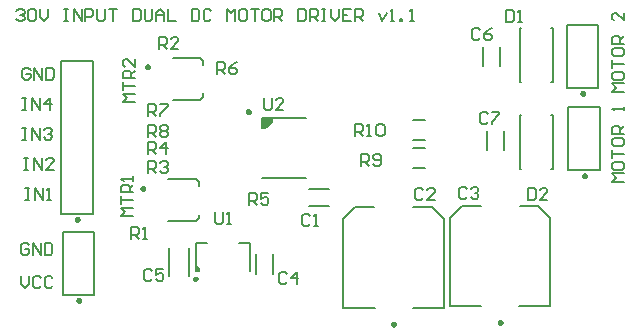
<source format=gbr>
%FSTAX23Y23*%
%MOIN*%
%SFA1B1*%

%IPPOS*%
%ADD10C,0.009843*%
%ADD11C,0.007874*%
%ADD12C,0.006500*%
%ADD13C,0.005000*%
%ADD14C,0.005905*%
%LNmtr_dvr_pcb_legend_top-1*%
%LPD*%
G36*
X04005Y02543D02*
X04016D01*
Y02551*
X04009Y02558*
X04005Y02543*
G37*
G36*
X04227Y03055D02*
D01*
X0426*
Y03041*
X0424Y03021*
X04227*
Y03055*
G37*
G54D10*
X03833Y02819D02*
D01*
X03833Y02819*
X03833Y0282*
X03833Y0282*
X03833Y0282*
X03833Y02821*
X03833Y02821*
X03833Y02821*
X03833Y02821*
X03832Y02822*
X03832Y02822*
X03832Y02822*
X03832Y02823*
X03831Y02823*
X03831Y02823*
X03831Y02823*
X03831Y02823*
X0383Y02823*
X0383Y02824*
X0383Y02824*
X03829Y02824*
X03829Y02824*
X03829Y02824*
X03828*
X03828Y02824*
X03828Y02824*
X03827Y02824*
X03827Y02824*
X03827Y02823*
X03826Y02823*
X03826Y02823*
X03826Y02823*
X03825Y02823*
X03825Y02823*
X03825Y02822*
X03825Y02822*
X03824Y02822*
X03824Y02821*
X03824Y02821*
X03824Y02821*
X03824Y02821*
X03824Y0282*
X03824Y0282*
X03823Y0282*
X03823Y02819*
X03823Y02819*
X03823Y02819*
X03823Y02818*
X03824Y02818*
X03824Y02818*
X03824Y02817*
X03824Y02817*
X03824Y02817*
X03824Y02816*
X03824Y02816*
X03825Y02816*
X03825Y02815*
X03825Y02815*
X03825Y02815*
X03826Y02815*
X03826Y02815*
X03826Y02814*
X03827Y02814*
X03827Y02814*
X03827Y02814*
X03828Y02814*
X03828Y02814*
X03828Y02814*
X03829*
X03829Y02814*
X03829Y02814*
X0383Y02814*
X0383Y02814*
X0383Y02814*
X03831Y02814*
X03831Y02815*
X03831Y02815*
X03831Y02815*
X03832Y02815*
X03832Y02815*
X03832Y02816*
X03832Y02816*
X03833Y02816*
X03833Y02817*
X03833Y02817*
X03833Y02817*
X03833Y02818*
X03833Y02818*
X03833Y02818*
X03833Y02819*
X03833Y02819*
X04008Y02518D02*
D01*
X04008Y02518*
X04008Y02518*
X04008Y02519*
X04008Y02519*
X04008Y02519*
X04007Y0252*
X04007Y0252*
X04007Y0252*
X04007Y0252*
X04007Y02521*
X04006Y02521*
X04006Y02521*
X04006Y02521*
X04006Y02522*
X04005Y02522*
X04005Y02522*
X04005Y02522*
X04004Y02522*
X04004Y02522*
X04004Y02522*
X04003Y02522*
X04003Y02522*
X04003*
X04002Y02522*
X04002Y02522*
X04002Y02522*
X04001Y02522*
X04001Y02522*
X04001Y02522*
X04Y02522*
X04Y02522*
X04Y02521*
X04Y02521*
X03999Y02521*
X03999Y02521*
X03999Y0252*
X03999Y0252*
X03999Y0252*
X03998Y0252*
X03998Y02519*
X03998Y02519*
X03998Y02519*
X03998Y02518*
X03998Y02518*
X03998Y02518*
X03998Y02517*
X03998Y02517*
X03998Y02516*
X03998Y02516*
X03998Y02516*
X03998Y02516*
X03999Y02515*
X03999Y02515*
X03999Y02515*
X03999Y02514*
X03999Y02514*
X04Y02514*
X04Y02514*
X04Y02513*
X04Y02513*
X04001Y02513*
X04001Y02513*
X04001Y02513*
X04002Y02513*
X04002Y02513*
X04002Y02513*
X04003Y02513*
X04003*
X04003Y02513*
X04004Y02513*
X04004Y02513*
X04004Y02513*
X04005Y02513*
X04005Y02513*
X04005Y02513*
X04006Y02513*
X04006Y02514*
X04006Y02514*
X04006Y02514*
X04007Y02514*
X04007Y02515*
X04007Y02515*
X04007Y02515*
X04007Y02516*
X04008Y02516*
X04008Y02516*
X04008Y02516*
X04008Y02517*
X04008Y02517*
X04008Y02518*
X05024Y02372D02*
D01*
X05024Y02372*
X05024Y02373*
X05024Y02373*
X05024Y02373*
X05024Y02374*
X05024Y02374*
X05024Y02374*
X05024Y02375*
X05023Y02375*
X05023Y02375*
X05023Y02375*
X05023Y02376*
X05023Y02376*
X05022Y02376*
X05022Y02376*
X05022Y02376*
X05021Y02377*
X05021Y02377*
X05021Y02377*
X0502Y02377*
X0502Y02377*
X0502Y02377*
X05019*
X05019Y02377*
X05019Y02377*
X05018Y02377*
X05018Y02377*
X05018Y02377*
X05017Y02376*
X05017Y02376*
X05017Y02376*
X05016Y02376*
X05016Y02376*
X05016Y02375*
X05016Y02375*
X05016Y02375*
X05015Y02375*
X05015Y02374*
X05015Y02374*
X05015Y02374*
X05015Y02373*
X05015Y02373*
X05015Y02373*
X05015Y02372*
X05015Y02372*
X05015Y02372*
X05015Y02371*
X05015Y02371*
X05015Y02371*
X05015Y0237*
X05015Y0237*
X05015Y0237*
X05015Y02369*
X05016Y02369*
X05016Y02369*
X05016Y02369*
X05016Y02368*
X05016Y02368*
X05017Y02368*
X05017Y02368*
X05017Y02368*
X05018Y02367*
X05018Y02367*
X05018Y02367*
X05019Y02367*
X05019Y02367*
X05019Y02367*
X0502*
X0502Y02367*
X0502Y02367*
X05021Y02367*
X05021Y02367*
X05021Y02367*
X05022Y02368*
X05022Y02368*
X05022Y02368*
X05023Y02368*
X05023Y02368*
X05023Y02369*
X05023Y02369*
X05023Y02369*
X05024Y02369*
X05024Y0237*
X05024Y0237*
X05024Y0237*
X05024Y02371*
X05024Y02371*
X05024Y02371*
X05024Y02372*
X05024Y02372*
X04669Y02367D02*
D01*
X04669Y02367*
X04669Y02368*
X04669Y02368*
X04669Y02368*
X04669Y02369*
X04669Y02369*
X04669Y02369*
X04669Y0237*
X04668Y0237*
X04668Y0237*
X04668Y0237*
X04668Y02371*
X04668Y02371*
X04667Y02371*
X04667Y02371*
X04667Y02371*
X04666Y02372*
X04666Y02372*
X04666Y02372*
X04665Y02372*
X04665Y02372*
X04665Y02372*
X04664*
X04664Y02372*
X04664Y02372*
X04663Y02372*
X04663Y02372*
X04663Y02372*
X04662Y02371*
X04662Y02371*
X04662Y02371*
X04661Y02371*
X04661Y02371*
X04661Y0237*
X04661Y0237*
X04661Y0237*
X0466Y0237*
X0466Y02369*
X0466Y02369*
X0466Y02369*
X0466Y02368*
X0466Y02368*
X0466Y02368*
X0466Y02367*
X0466Y02367*
X0466Y02367*
X0466Y02366*
X0466Y02366*
X0466Y02366*
X0466Y02365*
X0466Y02365*
X0466Y02365*
X0466Y02364*
X04661Y02364*
X04661Y02364*
X04661Y02364*
X04661Y02363*
X04661Y02363*
X04662Y02363*
X04662Y02363*
X04662Y02363*
X04663Y02362*
X04663Y02362*
X04663Y02362*
X04664Y02362*
X04664Y02362*
X04664Y02362*
X04665*
X04665Y02362*
X04665Y02362*
X04666Y02362*
X04666Y02362*
X04666Y02362*
X04667Y02363*
X04667Y02363*
X04667Y02363*
X04668Y02363*
X04668Y02363*
X04668Y02364*
X04668Y02364*
X04668Y02364*
X04669Y02364*
X04669Y02365*
X04669Y02365*
X04669Y02365*
X04669Y02366*
X04669Y02366*
X04669Y02366*
X04669Y02367*
X04669Y02367*
X03848Y03224D02*
D01*
X03848Y03224*
X03848Y03225*
X03848Y03225*
X03848Y03225*
X03848Y03226*
X03848Y03226*
X03848Y03226*
X03848Y03226*
X03847Y03227*
X03847Y03227*
X03847Y03227*
X03847Y03228*
X03846Y03228*
X03846Y03228*
X03846Y03228*
X03846Y03228*
X03845Y03228*
X03845Y03229*
X03845Y03229*
X03844Y03229*
X03844Y03229*
X03844Y03229*
X03843*
X03843Y03229*
X03843Y03229*
X03842Y03229*
X03842Y03229*
X03842Y03228*
X03841Y03228*
X03841Y03228*
X03841Y03228*
X0384Y03228*
X0384Y03228*
X0384Y03227*
X0384Y03227*
X03839Y03227*
X03839Y03226*
X03839Y03226*
X03839Y03226*
X03839Y03226*
X03839Y03225*
X03839Y03225*
X03838Y03225*
X03838Y03224*
X03838Y03224*
X03838Y03224*
X03838Y03223*
X03839Y03223*
X03839Y03223*
X03839Y03222*
X03839Y03222*
X03839Y03222*
X03839Y03221*
X03839Y03221*
X0384Y03221*
X0384Y0322*
X0384Y0322*
X0384Y0322*
X03841Y0322*
X03841Y0322*
X03841Y03219*
X03842Y03219*
X03842Y03219*
X03842Y03219*
X03843Y03219*
X03843Y03219*
X03843Y03219*
X03844*
X03844Y03219*
X03844Y03219*
X03845Y03219*
X03845Y03219*
X03845Y03219*
X03846Y03219*
X03846Y0322*
X03846Y0322*
X03846Y0322*
X03847Y0322*
X03847Y0322*
X03847Y03221*
X03847Y03221*
X03848Y03221*
X03848Y03222*
X03848Y03222*
X03848Y03222*
X03848Y03223*
X03848Y03223*
X03848Y03223*
X03848Y03224*
X03848Y03224*
X04184Y03075D02*
D01*
X04184Y03075*
X04184Y03075*
X04184Y03076*
X04184Y03076*
X04184Y03076*
X04184Y03077*
X04184Y03077*
X04184Y03077*
X04183Y03077*
X04183Y03078*
X04183Y03078*
X04183Y03078*
X04182Y03078*
X04182Y03079*
X04182Y03079*
X04182Y03079*
X04181Y03079*
X04181Y03079*
X04181Y03079*
X0418Y03079*
X0418Y03079*
X0418Y03079*
X04179*
X04179Y03079*
X04179Y03079*
X04178Y03079*
X04178Y03079*
X04178Y03079*
X04177Y03079*
X04177Y03079*
X04177Y03079*
X04176Y03078*
X04176Y03078*
X04176Y03078*
X04176Y03078*
X04175Y03077*
X04175Y03077*
X04175Y03077*
X04175Y03077*
X04175Y03076*
X04175Y03076*
X04175Y03076*
X04175Y03075*
X04175Y03075*
X04175Y03075*
X04175Y03074*
X04175Y03074*
X04175Y03074*
X04175Y03073*
X04175Y03073*
X04175Y03073*
X04175Y03072*
X04175Y03072*
X04175Y03072*
X04176Y03071*
X04176Y03071*
X04176Y03071*
X04176Y03071*
X04177Y0307*
X04177Y0307*
X04177Y0307*
X04178Y0307*
X04178Y0307*
X04178Y0307*
X04179Y0307*
X04179Y0307*
X04179Y0307*
X0418*
X0418Y0307*
X0418Y0307*
X04181Y0307*
X04181Y0307*
X04181Y0307*
X04182Y0307*
X04182Y0307*
X04182Y0307*
X04182Y03071*
X04183Y03071*
X04183Y03071*
X04183Y03071*
X04183Y03072*
X04184Y03072*
X04184Y03072*
X04184Y03073*
X04184Y03073*
X04184Y03073*
X04184Y03074*
X04184Y03074*
X04184Y03074*
X04184Y03075*
X03619Y02446D02*
D01*
X03619Y02446*
X03619Y02447*
X03619Y02447*
X03619Y02447*
X03619Y02448*
X03619Y02448*
X03619Y02448*
X03619Y02448*
X03618Y02449*
X03618Y02449*
X03618Y02449*
X03618Y0245*
X03618Y0245*
X03617Y0245*
X03617Y0245*
X03617Y0245*
X03616Y0245*
X03616Y02451*
X03616Y02451*
X03615Y02451*
X03615Y02451*
X03615Y02451*
X03614*
X03614Y02451*
X03614Y02451*
X03613Y02451*
X03613Y02451*
X03613Y0245*
X03612Y0245*
X03612Y0245*
X03612Y0245*
X03611Y0245*
X03611Y0245*
X03611Y02449*
X03611Y02449*
X03611Y02449*
X0361Y02448*
X0361Y02448*
X0361Y02448*
X0361Y02448*
X0361Y02447*
X0361Y02447*
X0361Y02447*
X0361Y02446*
X0361Y02446*
X0361Y02446*
X0361Y02445*
X0361Y02445*
X0361Y02445*
X0361Y02444*
X0361Y02444*
X0361Y02444*
X0361Y02443*
X03611Y02443*
X03611Y02443*
X03611Y02442*
X03611Y02442*
X03611Y02442*
X03612Y02442*
X03612Y02442*
X03612Y02441*
X03613Y02441*
X03613Y02441*
X03613Y02441*
X03614Y02441*
X03614Y02441*
X03614Y02441*
X03615*
X03615Y02441*
X03615Y02441*
X03616Y02441*
X03616Y02441*
X03616Y02441*
X03617Y02441*
X03617Y02442*
X03617Y02442*
X03618Y02442*
X03618Y02442*
X03618Y02442*
X03618Y02443*
X03618Y02443*
X03619Y02443*
X03619Y02444*
X03619Y02444*
X03619Y02444*
X03619Y02445*
X03619Y02445*
X03619Y02445*
X03619Y02446*
X03619Y02446*
X05299Y03136D02*
D01*
X05299Y03136*
X05299Y03137*
X05299Y03137*
X05299Y03137*
X05299Y03138*
X05299Y03138*
X05299Y03138*
X05299Y03138*
X05298Y03139*
X05298Y03139*
X05298Y03139*
X05298Y0314*
X05298Y0314*
X05297Y0314*
X05297Y0314*
X05297Y0314*
X05296Y0314*
X05296Y03141*
X05296Y03141*
X05295Y03141*
X05295Y03141*
X05295Y03141*
X05294*
X05294Y03141*
X05294Y03141*
X05293Y03141*
X05293Y03141*
X05293Y0314*
X05292Y0314*
X05292Y0314*
X05292Y0314*
X05291Y0314*
X05291Y0314*
X05291Y03139*
X05291Y03139*
X05291Y03139*
X0529Y03138*
X0529Y03138*
X0529Y03138*
X0529Y03138*
X0529Y03137*
X0529Y03137*
X0529Y03137*
X0529Y03136*
X0529Y03136*
X0529Y03136*
X0529Y03135*
X0529Y03135*
X0529Y03135*
X0529Y03134*
X0529Y03134*
X0529Y03134*
X0529Y03133*
X05291Y03133*
X05291Y03133*
X05291Y03132*
X05291Y03132*
X05291Y03132*
X05292Y03132*
X05292Y03132*
X05292Y03131*
X05293Y03131*
X05293Y03131*
X05293Y03131*
X05294Y03131*
X05294Y03131*
X05294Y03131*
X05295*
X05295Y03131*
X05295Y03131*
X05296Y03131*
X05296Y03131*
X05296Y03131*
X05297Y03131*
X05297Y03132*
X05297Y03132*
X05298Y03132*
X05298Y03132*
X05298Y03132*
X05298Y03133*
X05298Y03133*
X05299Y03133*
X05299Y03134*
X05299Y03134*
X05299Y03134*
X05299Y03135*
X05299Y03135*
X05299Y03135*
X05299Y03136*
X05299Y03136*
X03614Y02716D02*
D01*
X03614Y02716*
X03614Y02717*
X03614Y02717*
X03614Y02717*
X03614Y02718*
X03614Y02718*
X03614Y02718*
X03614Y02718*
X03613Y02719*
X03613Y02719*
X03613Y02719*
X03613Y0272*
X03613Y0272*
X03612Y0272*
X03612Y0272*
X03612Y0272*
X03611Y0272*
X03611Y02721*
X03611Y02721*
X0361Y02721*
X0361Y02721*
X0361Y02721*
X03609*
X03609Y02721*
X03609Y02721*
X03608Y02721*
X03608Y02721*
X03608Y0272*
X03607Y0272*
X03607Y0272*
X03607Y0272*
X03606Y0272*
X03606Y0272*
X03606Y02719*
X03606Y02719*
X03606Y02719*
X03605Y02718*
X03605Y02718*
X03605Y02718*
X03605Y02718*
X03605Y02717*
X03605Y02717*
X03605Y02717*
X03605Y02716*
X03605Y02716*
X03605Y02716*
X03605Y02715*
X03605Y02715*
X03605Y02715*
X03605Y02714*
X03605Y02714*
X03605Y02714*
X03605Y02713*
X03606Y02713*
X03606Y02713*
X03606Y02712*
X03606Y02712*
X03606Y02712*
X03607Y02712*
X03607Y02712*
X03607Y02711*
X03608Y02711*
X03608Y02711*
X03608Y02711*
X03609Y02711*
X03609Y02711*
X03609Y02711*
X0361*
X0361Y02711*
X0361Y02711*
X03611Y02711*
X03611Y02711*
X03611Y02711*
X03612Y02711*
X03612Y02712*
X03612Y02712*
X03613Y02712*
X03613Y02712*
X03613Y02712*
X03613Y02713*
X03613Y02713*
X03614Y02713*
X03614Y02714*
X03614Y02714*
X03614Y02714*
X03614Y02715*
X03614Y02715*
X03614Y02715*
X03614Y02716*
X03614Y02716*
X05304Y02861D02*
D01*
X05304Y02861*
X05304Y02862*
X05304Y02862*
X05304Y02862*
X05304Y02863*
X05304Y02863*
X05304Y02863*
X05304Y02863*
X05303Y02864*
X05303Y02864*
X05303Y02864*
X05303Y02865*
X05303Y02865*
X05302Y02865*
X05302Y02865*
X05302Y02865*
X05301Y02865*
X05301Y02866*
X05301Y02866*
X053Y02866*
X053Y02866*
X053Y02866*
X05299*
X05299Y02866*
X05299Y02866*
X05298Y02866*
X05298Y02866*
X05298Y02865*
X05297Y02865*
X05297Y02865*
X05297Y02865*
X05296Y02865*
X05296Y02865*
X05296Y02864*
X05296Y02864*
X05296Y02864*
X05295Y02863*
X05295Y02863*
X05295Y02863*
X05295Y02863*
X05295Y02862*
X05295Y02862*
X05295Y02862*
X05295Y02861*
X05295Y02861*
X05295Y02861*
X05295Y0286*
X05295Y0286*
X05295Y0286*
X05295Y02859*
X05295Y02859*
X05295Y02859*
X05295Y02858*
X05296Y02858*
X05296Y02858*
X05296Y02857*
X05296Y02857*
X05296Y02857*
X05297Y02857*
X05297Y02857*
X05297Y02856*
X05298Y02856*
X05298Y02856*
X05298Y02856*
X05299Y02856*
X05299Y02856*
X05299Y02856*
X053*
X053Y02856*
X053Y02856*
X05301Y02856*
X05301Y02856*
X05301Y02856*
X05302Y02856*
X05302Y02857*
X05302Y02857*
X05303Y02857*
X05303Y02857*
X05303Y02857*
X05303Y02858*
X05303Y02858*
X05304Y02858*
X05304Y02859*
X05304Y02859*
X05304Y02859*
X05304Y0286*
X05304Y0286*
X05304Y0286*
X05304Y02861*
X05304Y02861*
G54D11*
X04227Y03021D02*
D01*
X04229Y03022*
X04231Y03022*
X04234Y03022*
X04236Y03023*
X04238Y03023*
X0424Y03024*
X04242Y03025*
X04244Y03027*
X04246Y03028*
X04248Y03029*
X0425Y03031*
X04252Y03033*
X04253Y03034*
X04254Y03036*
X04256Y03038*
X04257Y0304*
X04258Y03042*
X04258Y03045*
X04259Y03047*
X0426Y03049*
X0426Y03051*
X0426Y03054*
X0426Y03055*
X03913Y02709D02*
X04004D01*
X04015Y0272*
Y02732*
Y02827D02*
Y02839D01*
X04004Y0285D02*
X04015Y02839D01*
X03913Y0285D02*
X04004D01*
X04005Y02637D02*
X04042D01*
X04149D02*
X04186D01*
Y02543D02*
Y02637D01*
X05083Y02427D02*
X05187D01*
X04852D02*
X04956D01*
X05187D02*
Y02722D01*
X04852Y02427D02*
Y02722D01*
X04892Y02762*
X05147D02*
X05187Y02722D01*
X05084Y02762D02*
X05147D01*
X04892D02*
X04955D01*
X04728Y02422D02*
X04832D01*
X04497D02*
X04601D01*
X04832D02*
Y02717D01*
X04497Y02422D02*
Y02717D01*
X04537Y02757*
X04792D02*
X04832Y02717D01*
X04729Y02757D02*
X04792D01*
X04537D02*
X046D01*
X03928Y03114D02*
X04019D01*
X0403Y03125*
Y03137*
Y03232D02*
Y03244D01*
X04019Y03255D02*
X0403Y03244D01*
X03928Y03255D02*
X04019D01*
X03916Y02527D02*
Y02622D01*
X03983Y02527D02*
Y02622D01*
X04206Y02535D02*
Y02601D01*
X04263Y02535D02*
Y02601D01*
X04383Y02818D02*
X04449D01*
X04383Y02761D02*
X04449D01*
X04227Y03055D02*
X04372D01*
X04227Y02854D02*
X04372D01*
X04227Y03021D02*
Y03055D01*
X03667Y02464D02*
Y02675D01*
X03562Y02464D02*
X03667D01*
X03562D02*
Y02675D01*
X03667*
X0473Y02953D02*
X04769D01*
X0473Y02886D02*
X04769D01*
X0473Y03048D02*
X04769D01*
X0473Y02981D02*
X04769D01*
X05347Y03154D02*
Y03365D01*
X05242Y03154D02*
X05347D01*
X05242D02*
Y03365D01*
X05347*
X05194Y03174D02*
Y03355D01*
X05085Y03174D02*
X05089D01*
X0519D02*
X05194D01*
X05085D02*
Y03355D01*
X05089*
X0519D02*
X05194D01*
X04961Y03227D02*
Y03292D01*
X05018Y03227D02*
Y03292D01*
X03662Y02734D02*
Y03245D01*
X03557Y02734D02*
X03662D01*
X03557D02*
Y03245D01*
X03662*
X05352Y02879D02*
Y0309D01*
X05247Y02879D02*
X05352D01*
X05247D02*
Y0309D01*
X05352*
X05194Y02884D02*
Y03065D01*
X05085Y02884D02*
X05089D01*
X0519D02*
X05194D01*
X05085D02*
Y03065D01*
X05089*
X0519D02*
X05194D01*
X04976Y02947D02*
Y03012D01*
X05033Y02947D02*
Y03012D01*
X03407Y0341D02*
X03414Y03417D01*
X03427*
X03434Y0341*
Y03404*
X03427Y03397*
X0342*
X03427*
X03434Y0339*
Y03384*
X03427Y03377*
X03414*
X03407Y03384*
X03447Y0341D02*
X03453Y03417D01*
X03466*
X03473Y0341*
Y03384*
X03466Y03377*
X03453*
X03447Y03384*
Y0341*
X03486Y03417D02*
Y0339D01*
X03499Y03377*
X03512Y0339*
Y03417*
X03565D02*
X03578D01*
X03571*
Y03377*
X03565*
X03578*
X03598D02*
Y03417D01*
X03624Y03377*
Y03417*
X03637Y03377D02*
Y03417D01*
X03657*
X03663Y0341*
Y03397*
X03657Y0339*
X03637*
X03676Y03417D02*
Y03384D01*
X03683Y03377*
X03696*
X03703Y03384*
Y03417*
X03716D02*
X03742D01*
X03729*
Y03377*
X03794Y03417D02*
Y03377D01*
X03814*
X03821Y03384*
Y0341*
X03814Y03417*
X03794*
X03834D02*
Y03384D01*
X0384Y03377*
X03853*
X0386Y03384*
Y03417*
X03873Y03377D02*
Y03404D01*
X03886Y03417*
X03899Y03404*
Y03377*
Y03397*
X03873*
X03912Y03417D02*
Y03377D01*
X03939*
X03991Y03417D02*
Y03377D01*
X04011*
X04017Y03384*
Y0341*
X04011Y03417*
X03991*
X04057Y0341D02*
X0405Y03417D01*
X04037*
X04031Y0341*
Y03384*
X04037Y03377*
X0405*
X04057Y03384*
X04109Y03377D02*
Y03417D01*
X04122Y03404*
X04135Y03417*
Y03377*
X04168Y03417D02*
X04155D01*
X04149Y0341*
Y03384*
X04155Y03377*
X04168*
X04175Y03384*
Y0341*
X04168Y03417*
X04188D02*
X04214D01*
X04201*
Y03377*
X04247Y03417D02*
X04234D01*
X04227Y0341*
Y03384*
X04234Y03377*
X04247*
X04254Y03384*
Y0341*
X04247Y03417*
X04267Y03377D02*
Y03417D01*
X04286*
X04293Y0341*
Y03397*
X04286Y0339*
X04267*
X0428D02*
X04293Y03377D01*
X04345Y03417D02*
Y03377D01*
X04365*
X04372Y03384*
Y0341*
X04365Y03417*
X04345*
X04385Y03377D02*
Y03417D01*
X04404*
X04411Y0341*
Y03397*
X04404Y0339*
X04385*
X04398D02*
X04411Y03377D01*
X04424Y03417D02*
X04437D01*
X04431*
Y03377*
X04424*
X04437*
X04457Y03417D02*
Y0339D01*
X0447Y03377*
X04483Y0339*
Y03417*
X04523D02*
X04496D01*
Y03377*
X04523*
X04496Y03397D02*
X04509D01*
X04536Y03377D02*
Y03417D01*
X04555*
X04562Y0341*
Y03397*
X04555Y0339*
X04536*
X04549D02*
X04562Y03377D01*
X04614Y03404D02*
X04627Y03377D01*
X04641Y03404*
X04654Y03377D02*
X04667D01*
X0466*
Y03417*
X04654Y0341*
X04686Y03377D02*
Y03384D01*
X04693*
Y03377*
X04686*
X04719D02*
X04732D01*
X04726*
Y03417*
X04719Y0341*
X03802Y03107D02*
X03762D01*
X03775Y0312*
X03762Y03134*
X03802*
X03762Y03147D02*
Y03173D01*
Y0316*
X03802*
Y03186D02*
X03762D01*
Y03206*
X03769Y03212*
X03782*
X03789Y03206*
Y03186*
Y03199D02*
X03802Y03212D01*
Y03252D02*
Y03225D01*
X03775Y03252*
X03769*
X03762Y03245*
Y03232*
X03769Y03225*
X03797Y02727D02*
X03757D01*
X0377Y0274*
X03757Y02754*
X03797*
X03757Y02767D02*
Y02793D01*
Y0278*
X03797*
Y02806D02*
X03757D01*
Y02826*
X03764Y02832*
X03777*
X03784Y02826*
Y02806*
Y02819D02*
X03797Y02832D01*
Y02845D02*
Y02859D01*
Y02852*
X03757*
X03764Y02845*
X05432Y03142D02*
X05392D01*
X05405Y03155*
X05392Y03169*
X05432*
X05392Y03201D02*
Y03188D01*
X05399Y03182*
X05425*
X05432Y03188*
Y03201*
X05425Y03208*
X05399*
X05392Y03201*
Y03221D02*
Y03247D01*
Y03234*
X05432*
X05392Y0328D02*
Y03267D01*
X05399Y0326*
X05425*
X05432Y03267*
Y0328*
X05425Y03287*
X05399*
X05392Y0328*
X05432Y033D02*
X05392D01*
Y03319*
X05399Y03326*
X05412*
X05419Y03319*
Y033*
Y03313D02*
X05432Y03326D01*
Y03405D02*
Y03379D01*
X05405Y03405*
X05399*
X05392Y03398*
Y03385*
X05399Y03379*
X05432Y02842D02*
X05392D01*
X05405Y02855*
X05392Y02869*
X05432*
X05392Y02901D02*
Y02888D01*
X05399Y02882*
X05425*
X05432Y02888*
Y02901*
X05425Y02908*
X05399*
X05392Y02901*
Y02921D02*
Y02947D01*
Y02934*
X05432*
X05392Y0298D02*
Y02967D01*
X05399Y0296*
X05425*
X05432Y02967*
Y0298*
X05425Y02987*
X05399*
X05392Y0298*
X05432Y03D02*
X05392D01*
Y03019*
X05399Y03026*
X05412*
X05419Y03019*
Y03*
Y03013D02*
X05432Y03026D01*
Y03079D02*
Y03092D01*
Y03085*
X05392*
X05399Y03079*
X03454Y03215D02*
X03447Y03222D01*
X03434*
X03427Y03215*
Y03189*
X03434Y03182*
X03447*
X03454Y03189*
Y03202*
X0344*
X03467Y03182D02*
Y03222D01*
X03493Y03182*
Y03222*
X03506D02*
Y03182D01*
X03526*
X03532Y03189*
Y03215*
X03526Y03222*
X03506*
X03427Y03122D02*
X0344D01*
X03434*
Y03082*
X03427*
X0344*
X0346D02*
Y03122D01*
X03486Y03082*
Y03122*
X03519Y03082D02*
Y03122D01*
X035Y03102*
X03526*
X03427Y03022D02*
X0344D01*
X03434*
Y02982*
X03427*
X0344*
X0346D02*
Y03022D01*
X03486Y02982*
Y03022*
X035Y03015D02*
X03506Y03022D01*
X03519*
X03526Y03015*
Y03009*
X03519Y03002*
X03513*
X03519*
X03526Y02995*
Y02989*
X03519Y02982*
X03506*
X035Y02989*
X03432Y02922D02*
X03445D01*
X03439*
Y02882*
X03432*
X03445*
X03465D02*
Y02922D01*
X03491Y02882*
Y02922*
X03531Y02882D02*
X03505D01*
X03531Y02909*
Y02915*
X03524Y02922*
X03511*
X03505Y02915*
X03437Y02822D02*
X0345D01*
X03444*
Y02782*
X03437*
X0345*
X0347D02*
Y02822D01*
X03496Y02782*
Y02822*
X0351Y02782D02*
X03523D01*
X03516*
Y02822*
X0351Y02815*
X03449Y0263D02*
X03442Y02637D01*
X03429*
X03422Y0263*
Y02604*
X03429Y02597*
X03442*
X03449Y02604*
Y02617*
X03435*
X03462Y02597D02*
Y02637D01*
X03488Y02597*
Y02637*
X03501D02*
Y02597D01*
X03521*
X03527Y02604*
Y0263*
X03521Y02637*
X03501*
X03422Y02527D02*
Y025D01*
X03435Y02487*
X03449Y025*
Y02527*
X03488Y0252D02*
X03481Y02527D01*
X03468*
X03462Y0252*
Y02494*
X03468Y02487*
X03481*
X03488Y02494*
X03527Y0252D02*
X03521Y02527D01*
X03508*
X03501Y0252*
Y02494*
X03508Y02487*
X03521*
X03527Y02494*
X04068Y02739D02*
Y02706D01*
X04075Y027*
X04088*
X04095Y02706*
Y02739*
X04108Y027D02*
X04121D01*
X04114*
Y02739*
X04108Y02733*
X04908Y02818D02*
X04901Y02824D01*
X04888*
X04882Y02818*
Y02791*
X04888Y02785*
X04901*
X04908Y02791*
X04921Y02818D02*
X04928Y02824D01*
X04941*
X04947Y02818*
Y02811*
X04941Y02805*
X04934*
X04941*
X04947Y02798*
Y02791*
X04941Y02785*
X04928*
X04921Y02791*
X04763Y02813D02*
X04756Y02819D01*
X04743*
X04737Y02813*
Y02786*
X04743Y0278*
X04756*
X04763Y02786*
X04802Y0278D02*
X04776D01*
X04802Y02806*
Y02813*
X04796Y02819*
X04783*
X04776Y02813*
X04232Y03119D02*
Y03086D01*
X04238Y0308*
X04251*
X04258Y03086*
Y03119*
X04297Y0308D02*
X04271D01*
X04297Y03106*
Y03113*
X04291Y03119*
X04278*
X04271Y03113*
X04535Y02995D02*
Y03034D01*
X04555*
X04562Y03028*
Y03015*
X04555Y03008*
X04535*
X04548D02*
X04562Y02995D01*
X04575D02*
X04588D01*
X04581*
Y03034*
X04575Y03028*
X04607D02*
X04614Y03034D01*
X04627*
X04634Y03028*
Y03001*
X04627Y02995*
X04614*
X04607Y03001*
Y03028*
X04557Y02895D02*
Y02934D01*
X04576*
X04583Y02928*
Y02915*
X04576Y02908*
X04557*
X0457D02*
X04583Y02895D01*
X04596Y02901D02*
X04603Y02895D01*
X04616*
X04622Y02901*
Y02928*
X04616Y02934*
X04603*
X04596Y02928*
Y02921*
X04603Y02915*
X04622*
X04077Y032D02*
Y03239D01*
X04096*
X04103Y03233*
Y0322*
X04096Y03213*
X04077*
X0409D02*
X04103Y032D01*
X04142Y03239D02*
X04129Y03233D01*
X04116Y0322*
Y03206*
X04123Y032*
X04136*
X04142Y03206*
Y03213*
X04136Y0322*
X04116*
X04182Y02765D02*
Y02804D01*
X04201*
X04208Y02798*
Y02785*
X04201Y02778*
X04182*
X04195D02*
X04208Y02765D01*
X04247Y02804D02*
X04221D01*
Y02785*
X04234Y02791*
X04241*
X04247Y02785*
Y02771*
X04241Y02765*
X04228*
X04221Y02771*
X03882Y03285D02*
Y03324D01*
X03901*
X03908Y03318*
Y03305*
X03901Y03298*
X03882*
X03895D02*
X03908Y03285D01*
X03947D02*
X03921D01*
X03947Y03311*
Y03318*
X03941Y03324*
X03928*
X03921Y03318*
X03788Y0265D02*
Y02689D01*
X03808*
X03815Y02683*
Y0267*
X03808Y02663*
X03788*
X03801D02*
X03815Y0265D01*
X03828D02*
X03841D01*
X03834*
Y02689*
X03828Y02683*
X05112Y02819D02*
Y0278D01*
X05131*
X05138Y02786*
Y02813*
X05131Y02819*
X05112*
X05177Y0278D02*
X05151D01*
X05177Y02806*
Y02813*
X05171Y02819*
X05158*
X05151Y02813*
X05038Y03414D02*
Y03375D01*
X05058*
X05065Y03381*
Y03408*
X05058Y03414*
X05038*
X05078Y03375D02*
X05091D01*
X05084*
Y03414*
X05078Y03408*
X04978Y03068D02*
X04971Y03074D01*
X04958*
X04952Y03068*
Y03041*
X04958Y03035*
X04971*
X04978Y03041*
X04991Y03074D02*
X05017D01*
Y03068*
X04991Y03041*
Y03035*
X04953Y03348D02*
X04946Y03354D01*
X04933*
X04927Y03348*
Y03321*
X04933Y03315*
X04946*
X04953Y03321*
X04992Y03354D02*
X04979Y03348D01*
X04966Y03335*
Y03321*
X04973Y03315*
X04986*
X04992Y03321*
Y03328*
X04986Y03335*
X04966*
X03858Y02543D02*
X03851Y02549D01*
X03838*
X03832Y02543*
Y02516*
X03838Y0251*
X03851*
X03858Y02516*
X03897Y02549D02*
X03871D01*
Y0253*
X03884Y02536*
X03891*
X03897Y0253*
Y02516*
X03891Y0251*
X03878*
X03871Y02516*
X04308Y02533D02*
X04301Y02539D01*
X04288*
X04282Y02533*
Y02506*
X04288Y025*
X04301*
X04308Y02506*
X04341Y025D02*
Y02539D01*
X04321Y0252*
X04347*
X04385Y02728D02*
X04378Y02734D01*
X04365*
X04358Y02728*
Y02701*
X04365Y02695*
X04378*
X04385Y02701*
X04398Y02695D02*
X04411D01*
X04404*
Y02734*
X04398Y02728*
G54D12*
X04005Y02543D02*
Y02637D01*
G54D13*
X04005Y02543D02*
X04016D01*
Y02551*
X04009Y02558D02*
X04016Y02551D01*
G54D14*
X03847Y0299D02*
Y03029D01*
X03866*
X03873Y03023*
Y0301*
X03866Y03003*
X03847*
X0386D02*
X03873Y0299D01*
X03886Y03023D02*
X03893Y03029D01*
X03906*
X03912Y03023*
Y03016*
X03906Y0301*
X03912Y03003*
Y02996*
X03906Y0299*
X03893*
X03886Y02996*
Y03003*
X03893Y0301*
X03886Y03016*
Y03023*
X03893Y0301D02*
X03906D01*
X03847Y0306D02*
Y03099D01*
X03866*
X03873Y03093*
Y0308*
X03866Y03073*
X03847*
X0386D02*
X03873Y0306D01*
X03886Y03099D02*
X03912D01*
Y03093*
X03886Y03066*
Y0306*
X03845Y02935D02*
Y02974D01*
X03865*
X03872Y02968*
Y02955*
X03865Y02948*
X03845*
X03859D02*
X03872Y02935D01*
X03904D02*
Y02974D01*
X03885Y02955*
X03911*
X03847Y0287D02*
Y02909D01*
X03866*
X03873Y02903*
Y0289*
X03866Y02883*
X03847*
X0386D02*
X03873Y0287D01*
X03886Y02903D02*
X03893Y02909D01*
X03906*
X03912Y02903*
Y02896*
X03906Y0289*
X03899*
X03906*
X03912Y02883*
Y02876*
X03906Y0287*
X03893*
X03886Y02876*
M02*
</source>
